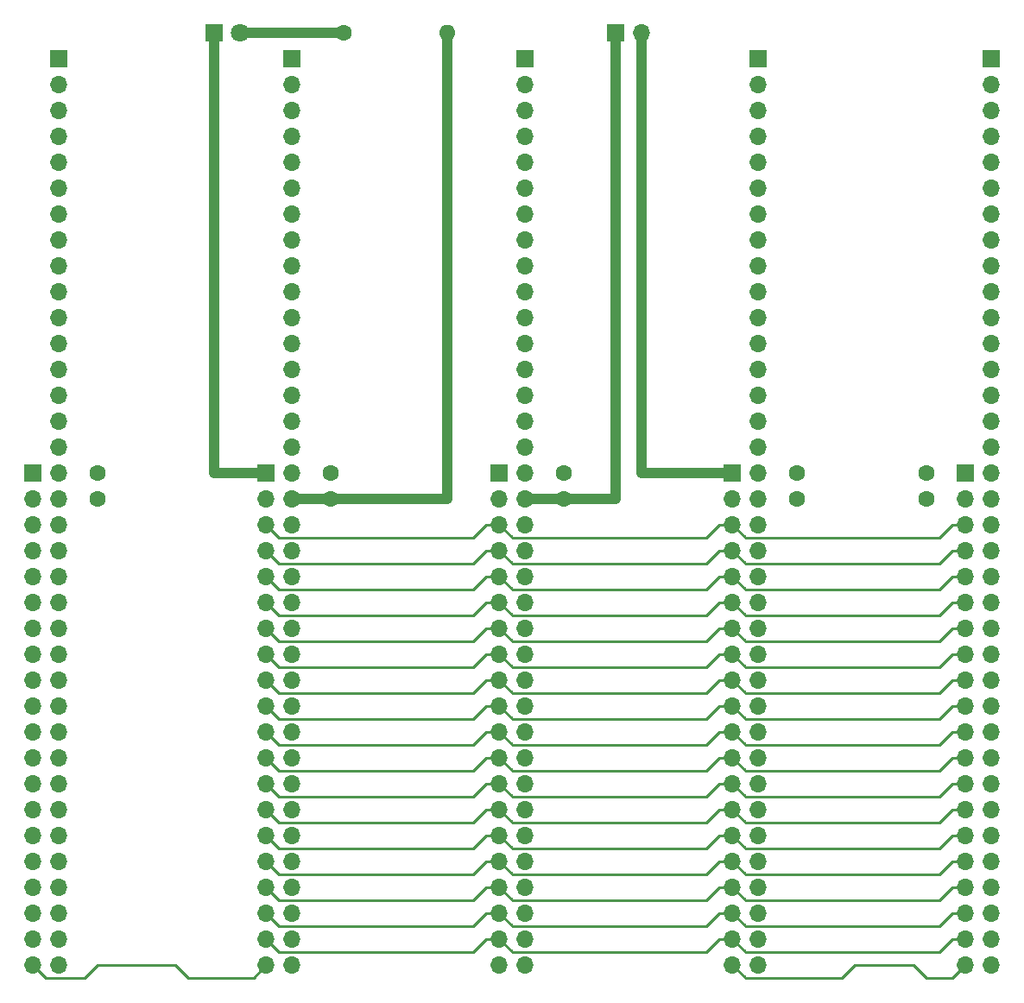
<source format=gbr>
%TF.GenerationSoftware,KiCad,Pcbnew,6.0.11+dfsg-1*%
%TF.CreationDate,2025-12-28T18:54:00+01:00*%
%TF.ProjectId,b2,62322e6b-6963-4616-945f-706362585858,rev?*%
%TF.SameCoordinates,Original*%
%TF.FileFunction,Copper,L1,Top*%
%TF.FilePolarity,Positive*%
%FSLAX46Y46*%
G04 Gerber Fmt 4.6, Leading zero omitted, Abs format (unit mm)*
G04 Created by KiCad (PCBNEW 6.0.11+dfsg-1) date 2025-12-28 18:54:00*
%MOMM*%
%LPD*%
G01*
G04 APERTURE LIST*
%TA.AperFunction,ComponentPad*%
%ADD10R,1.700000X1.700000*%
%TD*%
%TA.AperFunction,ComponentPad*%
%ADD11O,1.700000X1.700000*%
%TD*%
%TA.AperFunction,ComponentPad*%
%ADD12C,1.600000*%
%TD*%
%TA.AperFunction,ComponentPad*%
%ADD13R,1.800000X1.800000*%
%TD*%
%TA.AperFunction,ComponentPad*%
%ADD14C,1.800000*%
%TD*%
%TA.AperFunction,ComponentPad*%
%ADD15O,1.600000X1.600000*%
%TD*%
%TA.AperFunction,Conductor*%
%ADD16C,0.250000*%
%TD*%
%TA.AperFunction,Conductor*%
%ADD17C,1.000000*%
%TD*%
G04 APERTURE END LIST*
D10*
%TO.P,REF\u002A\u002A,1*%
%TO.N,N/C*%
X151205000Y-66065000D03*
D11*
%TO.P,REF\u002A\u002A,2*%
X151205000Y-68605000D03*
%TO.P,REF\u002A\u002A,3*%
X151205000Y-71145000D03*
%TO.P,REF\u002A\u002A,4*%
X151205000Y-73685000D03*
%TO.P,REF\u002A\u002A,5*%
X151205000Y-76225000D03*
%TO.P,REF\u002A\u002A,6*%
X151205000Y-78765000D03*
%TO.P,REF\u002A\u002A,7*%
X151205000Y-81305000D03*
%TO.P,REF\u002A\u002A,8*%
X151205000Y-83845000D03*
%TO.P,REF\u002A\u002A,9*%
X151205000Y-86385000D03*
%TO.P,REF\u002A\u002A,10*%
X151205000Y-88925000D03*
%TO.P,REF\u002A\u002A,11*%
X151205000Y-91465000D03*
%TO.P,REF\u002A\u002A,12*%
X151205000Y-94005000D03*
%TO.P,REF\u002A\u002A,13*%
X151205000Y-96545000D03*
%TO.P,REF\u002A\u002A,14*%
X151205000Y-99085000D03*
%TO.P,REF\u002A\u002A,15*%
X151205000Y-101625000D03*
%TO.P,REF\u002A\u002A,16*%
X151205000Y-104165000D03*
%TO.P,REF\u002A\u002A,17*%
X151205000Y-106705000D03*
%TO.P,REF\u002A\u002A,18*%
X151205000Y-109245000D03*
%TO.P,REF\u002A\u002A,19*%
X151205000Y-111785000D03*
%TO.P,REF\u002A\u002A,20*%
X151205000Y-114325000D03*
%TO.P,REF\u002A\u002A,21*%
X151205000Y-116865000D03*
%TO.P,REF\u002A\u002A,22*%
X151205000Y-119405000D03*
%TO.P,REF\u002A\u002A,23*%
X151205000Y-121945000D03*
%TO.P,REF\u002A\u002A,24*%
X151205000Y-124485000D03*
%TO.P,REF\u002A\u002A,25*%
X151205000Y-127025000D03*
%TO.P,REF\u002A\u002A,26*%
X151205000Y-129565000D03*
%TO.P,REF\u002A\u002A,27*%
X151205000Y-132105000D03*
%TO.P,REF\u002A\u002A,28*%
X151205000Y-134645000D03*
%TO.P,REF\u002A\u002A,29*%
X151205000Y-137185000D03*
%TO.P,REF\u002A\u002A,30*%
X151205000Y-139725000D03*
%TO.P,REF\u002A\u002A,31*%
X151205000Y-142265000D03*
%TO.P,REF\u002A\u002A,32*%
X151205000Y-144805000D03*
%TO.P,REF\u002A\u002A,33*%
X151205000Y-147345000D03*
%TO.P,REF\u002A\u002A,34*%
X151205000Y-149885000D03*
%TO.P,REF\u002A\u002A,35*%
X151205000Y-152425000D03*
%TO.P,REF\u002A\u002A,36*%
X151205000Y-154965000D03*
%TD*%
D10*
%TO.P,REF\u002A\u002A,1*%
%TO.N,N/C*%
X102930000Y-106715000D03*
D11*
%TO.P,REF\u002A\u002A,2*%
X102930000Y-109255000D03*
%TO.P,REF\u002A\u002A,3*%
X102930000Y-111795000D03*
%TO.P,REF\u002A\u002A,4*%
X102930000Y-114335000D03*
%TO.P,REF\u002A\u002A,5*%
X102930000Y-116875000D03*
%TO.P,REF\u002A\u002A,6*%
X102930000Y-119415000D03*
%TO.P,REF\u002A\u002A,7*%
X102930000Y-121955000D03*
%TO.P,REF\u002A\u002A,8*%
X102930000Y-124495000D03*
%TO.P,REF\u002A\u002A,9*%
X102930000Y-127035000D03*
%TO.P,REF\u002A\u002A,10*%
X102930000Y-129575000D03*
%TO.P,REF\u002A\u002A,11*%
X102930000Y-132115000D03*
%TO.P,REF\u002A\u002A,12*%
X102930000Y-134655000D03*
%TO.P,REF\u002A\u002A,13*%
X102930000Y-137195000D03*
%TO.P,REF\u002A\u002A,14*%
X102930000Y-139735000D03*
%TO.P,REF\u002A\u002A,15*%
X102930000Y-142275000D03*
%TO.P,REF\u002A\u002A,16*%
X102930000Y-144815000D03*
%TO.P,REF\u002A\u002A,17*%
X102930000Y-147355000D03*
%TO.P,REF\u002A\u002A,18*%
X102930000Y-149895000D03*
%TO.P,REF\u002A\u002A,19*%
X102930000Y-152435000D03*
%TO.P,REF\u002A\u002A,20*%
X102930000Y-154975000D03*
%TD*%
D12*
%TO.P,C,1*%
%TO.N,N/C*%
X190500000Y-109220000D03*
%TO.P,C,2*%
X190500000Y-106720000D03*
%TD*%
%TO.P,C,1*%
%TO.N,N/C*%
X177800000Y-109220000D03*
%TO.P,C,2*%
X177800000Y-106720000D03*
%TD*%
%TO.P,C,1*%
%TO.N,N/C*%
X132080000Y-109220000D03*
%TO.P,C,2*%
X132080000Y-106720000D03*
%TD*%
D10*
%TO.P,REF\u002A\u002A,1*%
%TO.N,N/C*%
X194335000Y-106715000D03*
D11*
%TO.P,REF\u002A\u002A,2*%
X194335000Y-109255000D03*
%TO.P,REF\u002A\u002A,3*%
X194335000Y-111795000D03*
%TO.P,REF\u002A\u002A,4*%
X194335000Y-114335000D03*
%TO.P,REF\u002A\u002A,5*%
X194335000Y-116875000D03*
%TO.P,REF\u002A\u002A,6*%
X194335000Y-119415000D03*
%TO.P,REF\u002A\u002A,7*%
X194335000Y-121955000D03*
%TO.P,REF\u002A\u002A,8*%
X194335000Y-124495000D03*
%TO.P,REF\u002A\u002A,9*%
X194335000Y-127035000D03*
%TO.P,REF\u002A\u002A,10*%
X194335000Y-129575000D03*
%TO.P,REF\u002A\u002A,11*%
X194335000Y-132115000D03*
%TO.P,REF\u002A\u002A,12*%
X194335000Y-134655000D03*
%TO.P,REF\u002A\u002A,13*%
X194335000Y-137195000D03*
%TO.P,REF\u002A\u002A,14*%
X194335000Y-139735000D03*
%TO.P,REF\u002A\u002A,15*%
X194335000Y-142275000D03*
%TO.P,REF\u002A\u002A,16*%
X194335000Y-144815000D03*
%TO.P,REF\u002A\u002A,17*%
X194335000Y-147355000D03*
%TO.P,REF\u002A\u002A,18*%
X194335000Y-149895000D03*
%TO.P,REF\u002A\u002A,19*%
X194335000Y-152435000D03*
%TO.P,REF\u002A\u002A,20*%
X194335000Y-154975000D03*
%TD*%
D10*
%TO.P,REF\u002A\u002A,1*%
%TO.N,N/C*%
X148665000Y-106715000D03*
D11*
%TO.P,REF\u002A\u002A,2*%
X148665000Y-109255000D03*
%TO.P,REF\u002A\u002A,3*%
X148665000Y-111795000D03*
%TO.P,REF\u002A\u002A,4*%
X148665000Y-114335000D03*
%TO.P,REF\u002A\u002A,5*%
X148665000Y-116875000D03*
%TO.P,REF\u002A\u002A,6*%
X148665000Y-119415000D03*
%TO.P,REF\u002A\u002A,7*%
X148665000Y-121955000D03*
%TO.P,REF\u002A\u002A,8*%
X148665000Y-124495000D03*
%TO.P,REF\u002A\u002A,9*%
X148665000Y-127035000D03*
%TO.P,REF\u002A\u002A,10*%
X148665000Y-129575000D03*
%TO.P,REF\u002A\u002A,11*%
X148665000Y-132115000D03*
%TO.P,REF\u002A\u002A,12*%
X148665000Y-134655000D03*
%TO.P,REF\u002A\u002A,13*%
X148665000Y-137195000D03*
%TO.P,REF\u002A\u002A,14*%
X148665000Y-139735000D03*
%TO.P,REF\u002A\u002A,15*%
X148665000Y-142275000D03*
%TO.P,REF\u002A\u002A,16*%
X148665000Y-144815000D03*
%TO.P,REF\u002A\u002A,17*%
X148665000Y-147355000D03*
%TO.P,REF\u002A\u002A,18*%
X148665000Y-149895000D03*
%TO.P,REF\u002A\u002A,19*%
X148665000Y-152435000D03*
%TO.P,REF\u002A\u002A,20*%
X148665000Y-154975000D03*
%TD*%
D13*
%TO.P,REF\u002A\u002A,1*%
%TO.N,N/C*%
X120650000Y-63500000D03*
D14*
%TO.P,REF\u002A\u002A,2*%
X123190000Y-63500000D03*
%TD*%
D12*
%TO.P,1k,1*%
%TO.N,N/C*%
X133350000Y-63500000D03*
D15*
%TO.P,1k,2*%
X143510000Y-63500000D03*
%TD*%
D12*
%TO.P,C,1*%
%TO.N,N/C*%
X109220000Y-109220000D03*
%TO.P,C,2*%
X109220000Y-106720000D03*
%TD*%
D10*
%TO.P,REF\u002A\u002A,1*%
%TO.N,N/C*%
X174065000Y-66065000D03*
D11*
%TO.P,REF\u002A\u002A,2*%
X174065000Y-68605000D03*
%TO.P,REF\u002A\u002A,3*%
X174065000Y-71145000D03*
%TO.P,REF\u002A\u002A,4*%
X174065000Y-73685000D03*
%TO.P,REF\u002A\u002A,5*%
X174065000Y-76225000D03*
%TO.P,REF\u002A\u002A,6*%
X174065000Y-78765000D03*
%TO.P,REF\u002A\u002A,7*%
X174065000Y-81305000D03*
%TO.P,REF\u002A\u002A,8*%
X174065000Y-83845000D03*
%TO.P,REF\u002A\u002A,9*%
X174065000Y-86385000D03*
%TO.P,REF\u002A\u002A,10*%
X174065000Y-88925000D03*
%TO.P,REF\u002A\u002A,11*%
X174065000Y-91465000D03*
%TO.P,REF\u002A\u002A,12*%
X174065000Y-94005000D03*
%TO.P,REF\u002A\u002A,13*%
X174065000Y-96545000D03*
%TO.P,REF\u002A\u002A,14*%
X174065000Y-99085000D03*
%TO.P,REF\u002A\u002A,15*%
X174065000Y-101625000D03*
%TO.P,REF\u002A\u002A,16*%
X174065000Y-104165000D03*
%TO.P,REF\u002A\u002A,17*%
X174065000Y-106705000D03*
%TO.P,REF\u002A\u002A,18*%
X174065000Y-109245000D03*
%TO.P,REF\u002A\u002A,19*%
X174065000Y-111785000D03*
%TO.P,REF\u002A\u002A,20*%
X174065000Y-114325000D03*
%TO.P,REF\u002A\u002A,21*%
X174065000Y-116865000D03*
%TO.P,REF\u002A\u002A,22*%
X174065000Y-119405000D03*
%TO.P,REF\u002A\u002A,23*%
X174065000Y-121945000D03*
%TO.P,REF\u002A\u002A,24*%
X174065000Y-124485000D03*
%TO.P,REF\u002A\u002A,25*%
X174065000Y-127025000D03*
%TO.P,REF\u002A\u002A,26*%
X174065000Y-129565000D03*
%TO.P,REF\u002A\u002A,27*%
X174065000Y-132105000D03*
%TO.P,REF\u002A\u002A,28*%
X174065000Y-134645000D03*
%TO.P,REF\u002A\u002A,29*%
X174065000Y-137185000D03*
%TO.P,REF\u002A\u002A,30*%
X174065000Y-139725000D03*
%TO.P,REF\u002A\u002A,31*%
X174065000Y-142265000D03*
%TO.P,REF\u002A\u002A,32*%
X174065000Y-144805000D03*
%TO.P,REF\u002A\u002A,33*%
X174065000Y-147345000D03*
%TO.P,REF\u002A\u002A,34*%
X174065000Y-149885000D03*
%TO.P,REF\u002A\u002A,35*%
X174065000Y-152425000D03*
%TO.P,REF\u002A\u002A,36*%
X174065000Y-154965000D03*
%TD*%
D10*
%TO.P,REF\u002A\u002A,1*%
%TO.N,N/C*%
X128320000Y-66065000D03*
D11*
%TO.P,REF\u002A\u002A,2*%
X128320000Y-68605000D03*
%TO.P,REF\u002A\u002A,3*%
X128320000Y-71145000D03*
%TO.P,REF\u002A\u002A,4*%
X128320000Y-73685000D03*
%TO.P,REF\u002A\u002A,5*%
X128320000Y-76225000D03*
%TO.P,REF\u002A\u002A,6*%
X128320000Y-78765000D03*
%TO.P,REF\u002A\u002A,7*%
X128320000Y-81305000D03*
%TO.P,REF\u002A\u002A,8*%
X128320000Y-83845000D03*
%TO.P,REF\u002A\u002A,9*%
X128320000Y-86385000D03*
%TO.P,REF\u002A\u002A,10*%
X128320000Y-88925000D03*
%TO.P,REF\u002A\u002A,11*%
X128320000Y-91465000D03*
%TO.P,REF\u002A\u002A,12*%
X128320000Y-94005000D03*
%TO.P,REF\u002A\u002A,13*%
X128320000Y-96545000D03*
%TO.P,REF\u002A\u002A,14*%
X128320000Y-99085000D03*
%TO.P,REF\u002A\u002A,15*%
X128320000Y-101625000D03*
%TO.P,REF\u002A\u002A,16*%
X128320000Y-104165000D03*
%TO.P,REF\u002A\u002A,17*%
X128320000Y-106705000D03*
%TO.P,REF\u002A\u002A,18*%
X128320000Y-109245000D03*
%TO.P,REF\u002A\u002A,19*%
X128320000Y-111785000D03*
%TO.P,REF\u002A\u002A,20*%
X128320000Y-114325000D03*
%TO.P,REF\u002A\u002A,21*%
X128320000Y-116865000D03*
%TO.P,REF\u002A\u002A,22*%
X128320000Y-119405000D03*
%TO.P,REF\u002A\u002A,23*%
X128320000Y-121945000D03*
%TO.P,REF\u002A\u002A,24*%
X128320000Y-124485000D03*
%TO.P,REF\u002A\u002A,25*%
X128320000Y-127025000D03*
%TO.P,REF\u002A\u002A,26*%
X128320000Y-129565000D03*
%TO.P,REF\u002A\u002A,27*%
X128320000Y-132105000D03*
%TO.P,REF\u002A\u002A,28*%
X128320000Y-134645000D03*
%TO.P,REF\u002A\u002A,29*%
X128320000Y-137185000D03*
%TO.P,REF\u002A\u002A,30*%
X128320000Y-139725000D03*
%TO.P,REF\u002A\u002A,31*%
X128320000Y-142265000D03*
%TO.P,REF\u002A\u002A,32*%
X128320000Y-144805000D03*
%TO.P,REF\u002A\u002A,33*%
X128320000Y-147345000D03*
%TO.P,REF\u002A\u002A,34*%
X128320000Y-149885000D03*
%TO.P,REF\u002A\u002A,35*%
X128320000Y-152425000D03*
%TO.P,REF\u002A\u002A,36*%
X128320000Y-154965000D03*
%TD*%
D10*
%TO.P,5V,1*%
%TO.N,N/C*%
X160020000Y-63500000D03*
D11*
%TO.P,5V,2*%
X162560000Y-63500000D03*
%TD*%
D12*
%TO.P,C,1*%
%TO.N,N/C*%
X154940000Y-109220000D03*
%TO.P,C,2*%
X154940000Y-106720000D03*
%TD*%
D10*
%TO.P,REF\u002A\u002A,1*%
%TO.N,N/C*%
X125780000Y-106715000D03*
D11*
%TO.P,REF\u002A\u002A,2*%
X125780000Y-109255000D03*
%TO.P,REF\u002A\u002A,3*%
X125780000Y-111795000D03*
%TO.P,REF\u002A\u002A,4*%
X125780000Y-114335000D03*
%TO.P,REF\u002A\u002A,5*%
X125780000Y-116875000D03*
%TO.P,REF\u002A\u002A,6*%
X125780000Y-119415000D03*
%TO.P,REF\u002A\u002A,7*%
X125780000Y-121955000D03*
%TO.P,REF\u002A\u002A,8*%
X125780000Y-124495000D03*
%TO.P,REF\u002A\u002A,9*%
X125780000Y-127035000D03*
%TO.P,REF\u002A\u002A,10*%
X125780000Y-129575000D03*
%TO.P,REF\u002A\u002A,11*%
X125780000Y-132115000D03*
%TO.P,REF\u002A\u002A,12*%
X125780000Y-134655000D03*
%TO.P,REF\u002A\u002A,13*%
X125780000Y-137195000D03*
%TO.P,REF\u002A\u002A,14*%
X125780000Y-139735000D03*
%TO.P,REF\u002A\u002A,15*%
X125780000Y-142275000D03*
%TO.P,REF\u002A\u002A,16*%
X125780000Y-144815000D03*
%TO.P,REF\u002A\u002A,17*%
X125780000Y-147355000D03*
%TO.P,REF\u002A\u002A,18*%
X125780000Y-149895000D03*
%TO.P,REF\u002A\u002A,19*%
X125780000Y-152435000D03*
%TO.P,REF\u002A\u002A,20*%
X125780000Y-154975000D03*
%TD*%
D10*
%TO.P,REF\u002A\u002A,1*%
%TO.N,N/C*%
X105470000Y-66065000D03*
D11*
%TO.P,REF\u002A\u002A,2*%
X105470000Y-68605000D03*
%TO.P,REF\u002A\u002A,3*%
X105470000Y-71145000D03*
%TO.P,REF\u002A\u002A,4*%
X105470000Y-73685000D03*
%TO.P,REF\u002A\u002A,5*%
X105470000Y-76225000D03*
%TO.P,REF\u002A\u002A,6*%
X105470000Y-78765000D03*
%TO.P,REF\u002A\u002A,7*%
X105470000Y-81305000D03*
%TO.P,REF\u002A\u002A,8*%
X105470000Y-83845000D03*
%TO.P,REF\u002A\u002A,9*%
X105470000Y-86385000D03*
%TO.P,REF\u002A\u002A,10*%
X105470000Y-88925000D03*
%TO.P,REF\u002A\u002A,11*%
X105470000Y-91465000D03*
%TO.P,REF\u002A\u002A,12*%
X105470000Y-94005000D03*
%TO.P,REF\u002A\u002A,13*%
X105470000Y-96545000D03*
%TO.P,REF\u002A\u002A,14*%
X105470000Y-99085000D03*
%TO.P,REF\u002A\u002A,15*%
X105470000Y-101625000D03*
%TO.P,REF\u002A\u002A,16*%
X105470000Y-104165000D03*
%TO.P,REF\u002A\u002A,17*%
X105470000Y-106705000D03*
%TO.P,REF\u002A\u002A,18*%
X105470000Y-109245000D03*
%TO.P,REF\u002A\u002A,19*%
X105470000Y-111785000D03*
%TO.P,REF\u002A\u002A,20*%
X105470000Y-114325000D03*
%TO.P,REF\u002A\u002A,21*%
X105470000Y-116865000D03*
%TO.P,REF\u002A\u002A,22*%
X105470000Y-119405000D03*
%TO.P,REF\u002A\u002A,23*%
X105470000Y-121945000D03*
%TO.P,REF\u002A\u002A,24*%
X105470000Y-124485000D03*
%TO.P,REF\u002A\u002A,25*%
X105470000Y-127025000D03*
%TO.P,REF\u002A\u002A,26*%
X105470000Y-129565000D03*
%TO.P,REF\u002A\u002A,27*%
X105470000Y-132105000D03*
%TO.P,REF\u002A\u002A,28*%
X105470000Y-134645000D03*
%TO.P,REF\u002A\u002A,29*%
X105470000Y-137185000D03*
%TO.P,REF\u002A\u002A,30*%
X105470000Y-139725000D03*
%TO.P,REF\u002A\u002A,31*%
X105470000Y-142265000D03*
%TO.P,REF\u002A\u002A,32*%
X105470000Y-144805000D03*
%TO.P,REF\u002A\u002A,33*%
X105470000Y-147345000D03*
%TO.P,REF\u002A\u002A,34*%
X105470000Y-149885000D03*
%TO.P,REF\u002A\u002A,35*%
X105470000Y-152425000D03*
%TO.P,REF\u002A\u002A,36*%
X105470000Y-154965000D03*
%TD*%
D10*
%TO.P,REF\u002A\u002A,1*%
%TO.N,N/C*%
X171525000Y-106715000D03*
D11*
%TO.P,REF\u002A\u002A,2*%
X171525000Y-109255000D03*
%TO.P,REF\u002A\u002A,3*%
X171525000Y-111795000D03*
%TO.P,REF\u002A\u002A,4*%
X171525000Y-114335000D03*
%TO.P,REF\u002A\u002A,5*%
X171525000Y-116875000D03*
%TO.P,REF\u002A\u002A,6*%
X171525000Y-119415000D03*
%TO.P,REF\u002A\u002A,7*%
X171525000Y-121955000D03*
%TO.P,REF\u002A\u002A,8*%
X171525000Y-124495000D03*
%TO.P,REF\u002A\u002A,9*%
X171525000Y-127035000D03*
%TO.P,REF\u002A\u002A,10*%
X171525000Y-129575000D03*
%TO.P,REF\u002A\u002A,11*%
X171525000Y-132115000D03*
%TO.P,REF\u002A\u002A,12*%
X171525000Y-134655000D03*
%TO.P,REF\u002A\u002A,13*%
X171525000Y-137195000D03*
%TO.P,REF\u002A\u002A,14*%
X171525000Y-139735000D03*
%TO.P,REF\u002A\u002A,15*%
X171525000Y-142275000D03*
%TO.P,REF\u002A\u002A,16*%
X171525000Y-144815000D03*
%TO.P,REF\u002A\u002A,17*%
X171525000Y-147355000D03*
%TO.P,REF\u002A\u002A,18*%
X171525000Y-149895000D03*
%TO.P,REF\u002A\u002A,19*%
X171525000Y-152435000D03*
%TO.P,REF\u002A\u002A,20*%
X171525000Y-154975000D03*
%TD*%
D10*
%TO.P,REF\u002A\u002A,1*%
%TO.N,N/C*%
X196875000Y-66065000D03*
D11*
%TO.P,REF\u002A\u002A,2*%
X196875000Y-68605000D03*
%TO.P,REF\u002A\u002A,3*%
X196875000Y-71145000D03*
%TO.P,REF\u002A\u002A,4*%
X196875000Y-73685000D03*
%TO.P,REF\u002A\u002A,5*%
X196875000Y-76225000D03*
%TO.P,REF\u002A\u002A,6*%
X196875000Y-78765000D03*
%TO.P,REF\u002A\u002A,7*%
X196875000Y-81305000D03*
%TO.P,REF\u002A\u002A,8*%
X196875000Y-83845000D03*
%TO.P,REF\u002A\u002A,9*%
X196875000Y-86385000D03*
%TO.P,REF\u002A\u002A,10*%
X196875000Y-88925000D03*
%TO.P,REF\u002A\u002A,11*%
X196875000Y-91465000D03*
%TO.P,REF\u002A\u002A,12*%
X196875000Y-94005000D03*
%TO.P,REF\u002A\u002A,13*%
X196875000Y-96545000D03*
%TO.P,REF\u002A\u002A,14*%
X196875000Y-99085000D03*
%TO.P,REF\u002A\u002A,15*%
X196875000Y-101625000D03*
%TO.P,REF\u002A\u002A,16*%
X196875000Y-104165000D03*
%TO.P,REF\u002A\u002A,17*%
X196875000Y-106705000D03*
%TO.P,REF\u002A\u002A,18*%
X196875000Y-109245000D03*
%TO.P,REF\u002A\u002A,19*%
X196875000Y-111785000D03*
%TO.P,REF\u002A\u002A,20*%
X196875000Y-114325000D03*
%TO.P,REF\u002A\u002A,21*%
X196875000Y-116865000D03*
%TO.P,REF\u002A\u002A,22*%
X196875000Y-119405000D03*
%TO.P,REF\u002A\u002A,23*%
X196875000Y-121945000D03*
%TO.P,REF\u002A\u002A,24*%
X196875000Y-124485000D03*
%TO.P,REF\u002A\u002A,25*%
X196875000Y-127025000D03*
%TO.P,REF\u002A\u002A,26*%
X196875000Y-129565000D03*
%TO.P,REF\u002A\u002A,27*%
X196875000Y-132105000D03*
%TO.P,REF\u002A\u002A,28*%
X196875000Y-134645000D03*
%TO.P,REF\u002A\u002A,29*%
X196875000Y-137185000D03*
%TO.P,REF\u002A\u002A,30*%
X196875000Y-139725000D03*
%TO.P,REF\u002A\u002A,31*%
X196875000Y-142265000D03*
%TO.P,REF\u002A\u002A,32*%
X196875000Y-144805000D03*
%TO.P,REF\u002A\u002A,33*%
X196875000Y-147345000D03*
%TO.P,REF\u002A\u002A,34*%
X196875000Y-149885000D03*
%TO.P,REF\u002A\u002A,35*%
X196875000Y-152425000D03*
%TO.P,REF\u002A\u002A,36*%
X196875000Y-154965000D03*
%TD*%
D16*
%TO.N,*%
X147320000Y-121920000D02*
X147355000Y-121955000D01*
X127000000Y-125715000D02*
X127000000Y-125730000D01*
X125780000Y-144815000D02*
X127000000Y-146035000D01*
X102930000Y-154975000D02*
X104165000Y-156210000D01*
X146050000Y-140970000D02*
X147320000Y-139700000D01*
X149860000Y-115530000D02*
X149860000Y-115570000D01*
X171525000Y-149895000D02*
X172720000Y-151090000D01*
X146050000Y-146050000D02*
X147320000Y-144780000D01*
X193075000Y-149895000D02*
X194335000Y-149895000D01*
X193075000Y-147355000D02*
X194335000Y-147355000D01*
X171525000Y-116875000D02*
X172720000Y-118070000D01*
X146050000Y-125730000D02*
X147320000Y-124460000D01*
X125780000Y-152435000D02*
X127000000Y-153655000D01*
X193040000Y-116840000D02*
X193075000Y-116875000D01*
X149860000Y-120610000D02*
X149860000Y-120650000D01*
X172720000Y-130810000D02*
X191770000Y-130810000D01*
X168910000Y-146050000D02*
X170180000Y-144780000D01*
X127000000Y-130795000D02*
X127000000Y-130810000D01*
X127000000Y-153670000D02*
X146050000Y-153670000D01*
X146050000Y-151130000D02*
X147320000Y-149860000D01*
X149860000Y-146050000D02*
X168910000Y-146050000D01*
X147320000Y-142240000D02*
X147355000Y-142275000D01*
X172720000Y-112990000D02*
X172720000Y-113030000D01*
X147320000Y-124460000D02*
X147355000Y-124495000D01*
X172720000Y-135850000D02*
X172720000Y-135890000D01*
X172720000Y-140970000D02*
X191770000Y-140970000D01*
D17*
X128320000Y-109245000D02*
X132055000Y-109245000D01*
D16*
X147355000Y-129575000D02*
X148665000Y-129575000D01*
X149860000Y-140970000D02*
X168910000Y-140970000D01*
D17*
X160020000Y-63500000D02*
X160020000Y-109220000D01*
D16*
X127000000Y-143495000D02*
X127000000Y-143510000D01*
X104165000Y-156210000D02*
X107950000Y-156210000D01*
X125780000Y-116875000D02*
X127000000Y-118095000D01*
X193040000Y-111760000D02*
X193075000Y-111795000D01*
X125780000Y-121955000D02*
X127000000Y-123175000D01*
X170180000Y-147320000D02*
X170215000Y-147355000D01*
X125780000Y-134655000D02*
X127000000Y-135875000D01*
X127000000Y-151115000D02*
X127000000Y-151130000D01*
X149860000Y-112990000D02*
X149860000Y-113030000D01*
X191770000Y-113030000D02*
X193040000Y-111760000D01*
X147355000Y-152435000D02*
X148665000Y-152435000D01*
X149860000Y-120650000D02*
X168910000Y-120650000D01*
X149860000Y-133310000D02*
X149860000Y-133350000D01*
X148665000Y-116875000D02*
X149860000Y-118070000D01*
X146050000Y-120650000D02*
X147320000Y-119380000D01*
X171525000Y-134655000D02*
X172720000Y-135850000D01*
X172720000Y-125690000D02*
X172720000Y-125730000D01*
X193075000Y-132115000D02*
X194335000Y-132115000D01*
X170180000Y-124460000D02*
X170215000Y-124495000D01*
X172720000Y-140930000D02*
X172720000Y-140970000D01*
X193075000Y-142275000D02*
X194335000Y-142275000D01*
X147355000Y-127035000D02*
X148665000Y-127035000D01*
X170215000Y-111795000D02*
X171525000Y-111795000D01*
X170215000Y-121955000D02*
X171525000Y-121955000D01*
X147320000Y-111760000D02*
X147355000Y-111795000D01*
X170215000Y-127035000D02*
X171525000Y-127035000D01*
X147320000Y-137160000D02*
X147355000Y-137195000D01*
X127000000Y-115555000D02*
X127000000Y-115570000D01*
X149860000Y-130770000D02*
X149860000Y-130810000D01*
D17*
X120650000Y-106715000D02*
X125780000Y-106715000D01*
D16*
X147355000Y-124495000D02*
X148665000Y-124495000D01*
X170215000Y-147355000D02*
X171525000Y-147355000D01*
X149860000Y-118070000D02*
X149860000Y-118110000D01*
X127000000Y-120650000D02*
X146050000Y-120650000D01*
X168910000Y-123190000D02*
X170180000Y-121920000D01*
X193040000Y-132080000D02*
X193075000Y-132115000D01*
X193040000Y-114300000D02*
X193075000Y-114335000D01*
X127000000Y-151130000D02*
X146050000Y-151130000D01*
X170180000Y-144780000D02*
X170215000Y-144815000D01*
X127000000Y-153655000D02*
X127000000Y-153670000D01*
X147320000Y-152400000D02*
X147355000Y-152435000D01*
X170180000Y-139700000D02*
X170215000Y-139735000D01*
X172720000Y-133350000D02*
X191770000Y-133350000D01*
X125780000Y-114335000D02*
X127000000Y-115555000D01*
X172720000Y-148550000D02*
X172720000Y-148590000D01*
X147355000Y-147355000D02*
X148665000Y-147355000D01*
D17*
X154940000Y-109220000D02*
X151230000Y-109220000D01*
D16*
X191770000Y-135890000D02*
X193040000Y-134620000D01*
X149860000Y-148550000D02*
X149860000Y-148590000D01*
D17*
X162560000Y-106680000D02*
X162595000Y-106715000D01*
D16*
X170180000Y-149860000D02*
X170215000Y-149895000D01*
X182245000Y-156210000D02*
X183515000Y-154940000D01*
X193040000Y-149860000D02*
X193075000Y-149895000D01*
X127000000Y-148590000D02*
X146050000Y-148590000D01*
X149860000Y-138430000D02*
X168910000Y-138430000D01*
X125780000Y-137195000D02*
X127000000Y-138415000D01*
X125780000Y-139735000D02*
X127000000Y-140955000D01*
X191770000Y-118110000D02*
X193040000Y-116840000D01*
X172720000Y-138390000D02*
X172720000Y-138430000D01*
X148665000Y-114335000D02*
X149860000Y-115530000D01*
X148665000Y-147355000D02*
X149860000Y-148550000D01*
X149860000Y-146010000D02*
X149860000Y-146050000D01*
X193100000Y-156210000D02*
X194335000Y-154975000D01*
X168910000Y-151130000D02*
X170180000Y-149860000D01*
X147355000Y-149895000D02*
X148665000Y-149895000D01*
X191770000Y-123190000D02*
X193040000Y-121920000D01*
X193040000Y-127000000D02*
X193075000Y-127035000D01*
X190500000Y-156210000D02*
X193100000Y-156210000D01*
X171525000Y-121955000D02*
X172720000Y-123150000D01*
X170180000Y-114300000D02*
X170215000Y-114335000D01*
X124545000Y-156210000D02*
X125780000Y-154975000D01*
X168910000Y-153670000D02*
X170180000Y-152400000D01*
X171525000Y-154975000D02*
X172720000Y-156170000D01*
D17*
X133350000Y-63500000D02*
X123190000Y-63500000D01*
D16*
X172720000Y-120650000D02*
X191770000Y-120650000D01*
X127000000Y-135875000D02*
X127000000Y-135890000D01*
D17*
X151230000Y-109220000D02*
X151205000Y-109245000D01*
D16*
X168910000Y-118110000D02*
X170180000Y-116840000D01*
X172720000Y-115570000D02*
X191770000Y-115570000D01*
X191770000Y-143510000D02*
X193040000Y-142240000D01*
X146050000Y-138430000D02*
X147320000Y-137160000D01*
X146050000Y-128270000D02*
X147320000Y-127000000D01*
X193075000Y-127035000D02*
X194335000Y-127035000D01*
X168910000Y-128270000D02*
X170180000Y-127000000D01*
X193075000Y-124495000D02*
X194335000Y-124495000D01*
X171525000Y-152435000D02*
X172720000Y-153630000D01*
X193040000Y-142240000D02*
X193075000Y-142275000D01*
X148665000Y-111795000D02*
X149860000Y-112990000D01*
X127000000Y-118110000D02*
X146050000Y-118110000D01*
X172720000Y-153670000D02*
X191770000Y-153670000D01*
X146050000Y-143510000D02*
X147320000Y-142240000D01*
X149860000Y-135850000D02*
X149860000Y-135890000D01*
X107950000Y-156210000D02*
X109220000Y-154940000D01*
X193040000Y-144780000D02*
X193075000Y-144815000D01*
X171525000Y-127035000D02*
X172720000Y-128230000D01*
X170180000Y-119380000D02*
X170215000Y-119415000D01*
X172720000Y-135890000D02*
X191770000Y-135890000D01*
X172720000Y-118110000D02*
X191770000Y-118110000D01*
X149860000Y-153670000D02*
X168910000Y-153670000D01*
X170215000Y-114335000D02*
X171525000Y-114335000D01*
X146050000Y-115570000D02*
X147320000Y-114300000D01*
X147320000Y-132080000D02*
X147355000Y-132115000D01*
X147320000Y-114300000D02*
X147355000Y-114335000D01*
X125780000Y-119415000D02*
X127000000Y-120635000D01*
X171525000Y-129575000D02*
X172720000Y-130770000D01*
X149860000Y-153630000D02*
X149860000Y-153670000D01*
X170215000Y-116875000D02*
X171525000Y-116875000D01*
X149860000Y-115570000D02*
X168910000Y-115570000D01*
X147320000Y-127000000D02*
X147355000Y-127035000D01*
X193075000Y-114335000D02*
X194335000Y-114335000D01*
X172720000Y-123190000D02*
X191770000Y-123190000D01*
X168910000Y-135890000D02*
X170180000Y-134620000D01*
X170180000Y-127000000D02*
X170215000Y-127035000D01*
X193075000Y-119415000D02*
X194335000Y-119415000D01*
X172720000Y-153630000D02*
X172720000Y-153670000D01*
X147355000Y-144815000D02*
X148665000Y-144815000D01*
X127000000Y-140970000D02*
X146050000Y-140970000D01*
X116840000Y-154940000D02*
X118110000Y-156210000D01*
X146050000Y-123190000D02*
X147320000Y-121920000D01*
X125780000Y-111795000D02*
X127000000Y-113015000D01*
X170180000Y-129540000D02*
X170215000Y-129575000D01*
X147320000Y-116840000D02*
X147355000Y-116875000D01*
X125780000Y-142275000D02*
X127000000Y-143495000D01*
X168910000Y-140970000D02*
X170180000Y-139700000D01*
X127000000Y-135890000D02*
X146050000Y-135890000D01*
X148665000Y-139735000D02*
X149860000Y-140930000D01*
X146050000Y-148590000D02*
X147320000Y-147320000D01*
X170215000Y-139735000D02*
X171525000Y-139735000D01*
X168910000Y-133350000D02*
X170180000Y-132080000D01*
X147355000Y-132115000D02*
X148665000Y-132115000D01*
X171525000Y-142275000D02*
X172720000Y-143470000D01*
X172720000Y-123150000D02*
X172720000Y-123190000D01*
D17*
X120650000Y-63500000D02*
X120650000Y-106715000D01*
D16*
X170180000Y-142240000D02*
X170215000Y-142275000D01*
X149860000Y-123190000D02*
X168910000Y-123190000D01*
X147320000Y-139700000D02*
X147355000Y-139735000D01*
X172720000Y-146010000D02*
X172720000Y-146050000D01*
X146050000Y-113030000D02*
X147320000Y-111760000D01*
X172720000Y-146050000D02*
X191770000Y-146050000D01*
X118110000Y-156210000D02*
X124545000Y-156210000D01*
X127000000Y-113030000D02*
X146050000Y-113030000D01*
X147320000Y-119380000D02*
X147355000Y-119415000D01*
X148665000Y-106715000D02*
X148665000Y-106755000D01*
X127000000Y-138430000D02*
X146050000Y-138430000D01*
X168910000Y-143510000D02*
X170180000Y-142240000D01*
X149860000Y-135890000D02*
X168910000Y-135890000D01*
X148665000Y-149895000D02*
X149860000Y-151090000D01*
X125780000Y-124495000D02*
X127000000Y-125715000D01*
X171525000Y-132115000D02*
X172720000Y-133310000D01*
X170215000Y-134655000D02*
X171525000Y-134655000D01*
X146050000Y-153670000D02*
X147320000Y-152400000D01*
D17*
X160020000Y-109220000D02*
X154940000Y-109220000D01*
D16*
X149860000Y-148590000D02*
X168910000Y-148590000D01*
X125780000Y-127035000D02*
X127000000Y-128255000D01*
X171525000Y-137195000D02*
X172720000Y-138390000D01*
X193075000Y-121955000D02*
X194335000Y-121955000D01*
D17*
X162560000Y-63500000D02*
X162560000Y-106680000D01*
D16*
X168910000Y-138430000D02*
X170180000Y-137160000D01*
X191770000Y-146050000D02*
X193040000Y-144780000D01*
X172720000Y-133310000D02*
X172720000Y-133350000D01*
X193075000Y-144815000D02*
X194335000Y-144815000D01*
X147355000Y-142275000D02*
X148665000Y-142275000D01*
X172720000Y-143510000D02*
X191770000Y-143510000D01*
X147355000Y-139735000D02*
X148665000Y-139735000D01*
X127000000Y-118095000D02*
X127000000Y-118110000D01*
X170180000Y-152400000D02*
X170215000Y-152435000D01*
X147355000Y-119415000D02*
X148665000Y-119415000D01*
X127000000Y-130810000D02*
X146050000Y-130810000D01*
X168910000Y-148590000D02*
X170180000Y-147320000D01*
X172720000Y-128270000D02*
X191770000Y-128270000D01*
X191770000Y-148590000D02*
X193040000Y-147320000D01*
X146050000Y-133350000D02*
X147320000Y-132080000D01*
X170180000Y-111760000D02*
X170215000Y-111795000D01*
X170180000Y-132080000D02*
X170215000Y-132115000D01*
X149860000Y-113030000D02*
X168910000Y-113030000D01*
X193040000Y-119380000D02*
X193075000Y-119415000D01*
X172720000Y-151130000D02*
X191770000Y-151130000D01*
X170215000Y-124495000D02*
X171525000Y-124495000D01*
X170180000Y-137160000D02*
X170215000Y-137195000D01*
X127000000Y-128255000D02*
X127000000Y-128270000D01*
X148665000Y-129575000D02*
X149860000Y-130770000D01*
X148665000Y-121955000D02*
X149860000Y-123150000D01*
X168910000Y-130810000D02*
X170180000Y-129540000D01*
X170180000Y-116840000D02*
X170215000Y-116875000D01*
X168910000Y-113030000D02*
X170180000Y-111760000D01*
X125780000Y-132115000D02*
X127000000Y-133335000D01*
X172720000Y-113030000D02*
X191770000Y-113030000D01*
X149860000Y-140930000D02*
X149860000Y-140970000D01*
X149860000Y-123150000D02*
X149860000Y-123190000D01*
X149860000Y-138390000D02*
X149860000Y-138430000D01*
X127000000Y-128270000D02*
X146050000Y-128270000D01*
X127000000Y-148575000D02*
X127000000Y-148590000D01*
X172720000Y-130770000D02*
X172720000Y-130810000D01*
X191770000Y-130810000D02*
X193040000Y-129540000D01*
X193040000Y-129540000D02*
X193075000Y-129575000D01*
X149860000Y-133350000D02*
X168910000Y-133350000D01*
X191770000Y-140970000D02*
X193040000Y-139700000D01*
X127000000Y-133335000D02*
X127000000Y-133350000D01*
X170215000Y-137195000D02*
X171525000Y-137195000D01*
X127000000Y-146035000D02*
X127000000Y-146050000D01*
X170215000Y-129575000D02*
X171525000Y-129575000D01*
X171525000Y-106715000D02*
X171525000Y-106755000D01*
X170215000Y-132115000D02*
X171525000Y-132115000D01*
X127000000Y-143510000D02*
X146050000Y-143510000D01*
X193040000Y-139700000D02*
X193075000Y-139735000D01*
X147320000Y-149860000D02*
X147355000Y-149895000D01*
X149860000Y-143510000D02*
X168910000Y-143510000D01*
X172720000Y-115530000D02*
X172720000Y-115570000D01*
X193075000Y-139735000D02*
X194335000Y-139735000D01*
X127000000Y-120635000D02*
X127000000Y-120650000D01*
X170215000Y-119415000D02*
X171525000Y-119415000D01*
X191770000Y-115570000D02*
X193040000Y-114300000D01*
X148665000Y-132115000D02*
X149860000Y-133310000D01*
X193075000Y-111795000D02*
X194335000Y-111795000D01*
X193040000Y-121920000D02*
X193075000Y-121955000D01*
X149860000Y-143470000D02*
X149860000Y-143510000D01*
X147355000Y-116875000D02*
X148665000Y-116875000D01*
X172720000Y-138430000D02*
X191770000Y-138430000D01*
X191770000Y-138430000D02*
X193040000Y-137160000D01*
X183515000Y-154940000D02*
X189230000Y-154940000D01*
X193040000Y-134620000D02*
X193075000Y-134655000D01*
D17*
X132055000Y-109245000D02*
X132080000Y-109220000D01*
D16*
X147355000Y-114335000D02*
X148665000Y-114335000D01*
D17*
X162595000Y-106715000D02*
X171525000Y-106715000D01*
D16*
X191770000Y-151130000D02*
X193040000Y-149860000D01*
X146050000Y-130810000D02*
X147320000Y-129540000D01*
X148665000Y-137195000D02*
X149860000Y-138390000D01*
X149860000Y-151090000D02*
X149860000Y-151130000D01*
X125780000Y-106715000D02*
X125780000Y-106730000D01*
X147355000Y-111795000D02*
X148665000Y-111795000D01*
X127000000Y-113015000D02*
X127000000Y-113030000D01*
X191770000Y-153670000D02*
X193040000Y-152400000D01*
X170180000Y-134620000D02*
X170215000Y-134655000D01*
X168910000Y-115570000D02*
X170180000Y-114300000D01*
X148665000Y-144815000D02*
X149860000Y-146010000D01*
X170215000Y-149895000D02*
X171525000Y-149895000D01*
X127000000Y-123175000D02*
X127000000Y-123190000D01*
X149860000Y-128230000D02*
X149860000Y-128270000D01*
X109220000Y-154940000D02*
X116840000Y-154940000D01*
X125780000Y-149895000D02*
X127000000Y-151115000D01*
X172720000Y-128230000D02*
X172720000Y-128270000D01*
X171525000Y-139735000D02*
X172720000Y-140930000D01*
X127000000Y-140955000D02*
X127000000Y-140970000D01*
X149860000Y-125730000D02*
X168910000Y-125730000D01*
X170215000Y-142275000D02*
X171525000Y-142275000D01*
X193075000Y-137195000D02*
X194335000Y-137195000D01*
X127000000Y-123190000D02*
X146050000Y-123190000D01*
X193075000Y-116875000D02*
X194335000Y-116875000D01*
X193075000Y-152435000D02*
X194335000Y-152435000D01*
X147320000Y-144780000D02*
X147355000Y-144815000D01*
X191770000Y-128270000D02*
X193040000Y-127000000D01*
X147355000Y-137195000D02*
X148665000Y-137195000D01*
X172720000Y-143470000D02*
X172720000Y-143510000D01*
X191770000Y-120650000D02*
X193040000Y-119380000D01*
X148665000Y-142275000D02*
X149860000Y-143470000D01*
X149860000Y-151130000D02*
X168910000Y-151130000D01*
X170180000Y-121920000D02*
X170215000Y-121955000D01*
X147355000Y-134655000D02*
X148665000Y-134655000D01*
D17*
X132080000Y-109220000D02*
X143510000Y-109220000D01*
D16*
X172720000Y-125730000D02*
X191770000Y-125730000D01*
X147355000Y-121955000D02*
X148665000Y-121955000D01*
X170215000Y-144815000D02*
X171525000Y-144815000D01*
X127000000Y-146050000D02*
X146050000Y-146050000D01*
X193075000Y-129575000D02*
X194335000Y-129575000D01*
X147320000Y-134620000D02*
X147355000Y-134655000D01*
X172720000Y-151090000D02*
X172720000Y-151130000D01*
X148665000Y-127035000D02*
X149860000Y-128230000D01*
X172720000Y-156210000D02*
X182245000Y-156210000D01*
X148665000Y-124495000D02*
X149860000Y-125690000D01*
X172720000Y-118070000D02*
X172720000Y-118110000D01*
X147320000Y-129540000D02*
X147355000Y-129575000D01*
X149860000Y-125690000D02*
X149860000Y-125730000D01*
X125780000Y-147355000D02*
X127000000Y-148575000D01*
X171525000Y-119415000D02*
X172720000Y-120610000D01*
X127000000Y-138415000D02*
X127000000Y-138430000D01*
X148665000Y-134655000D02*
X149860000Y-135850000D01*
X172720000Y-120610000D02*
X172720000Y-120650000D01*
X148665000Y-119415000D02*
X149860000Y-120610000D01*
X171525000Y-111795000D02*
X172720000Y-112990000D01*
X171525000Y-114335000D02*
X172720000Y-115530000D01*
X191770000Y-125730000D02*
X193040000Y-124460000D01*
X127000000Y-115570000D02*
X146050000Y-115570000D01*
X171525000Y-144815000D02*
X172720000Y-146010000D01*
X193040000Y-152400000D02*
X193075000Y-152435000D01*
X193075000Y-134655000D02*
X194335000Y-134655000D01*
X146050000Y-135890000D02*
X147320000Y-134620000D01*
X146050000Y-118110000D02*
X147320000Y-116840000D01*
X168910000Y-125730000D02*
X170180000Y-124460000D01*
X168910000Y-120650000D02*
X170180000Y-119380000D01*
X193040000Y-124460000D02*
X193075000Y-124495000D01*
X149860000Y-128270000D02*
X168910000Y-128270000D01*
X127000000Y-133350000D02*
X146050000Y-133350000D01*
X193040000Y-137160000D02*
X193075000Y-137195000D01*
X148665000Y-152435000D02*
X149860000Y-153630000D01*
X172720000Y-148590000D02*
X191770000Y-148590000D01*
X171525000Y-124495000D02*
X172720000Y-125690000D01*
X193040000Y-147320000D02*
X193075000Y-147355000D01*
X189230000Y-154940000D02*
X190500000Y-156210000D01*
X191770000Y-133350000D02*
X193040000Y-132080000D01*
D17*
X143510000Y-109220000D02*
X143510000Y-63500000D01*
D16*
X170215000Y-152435000D02*
X171525000Y-152435000D01*
X149860000Y-130810000D02*
X168910000Y-130810000D01*
X171525000Y-147355000D02*
X172720000Y-148550000D01*
X127000000Y-125730000D02*
X146050000Y-125730000D01*
X149860000Y-118110000D02*
X168910000Y-118110000D01*
X147320000Y-147320000D02*
X147355000Y-147355000D01*
X125780000Y-129575000D02*
X127000000Y-130795000D01*
%TD*%
M02*

</source>
